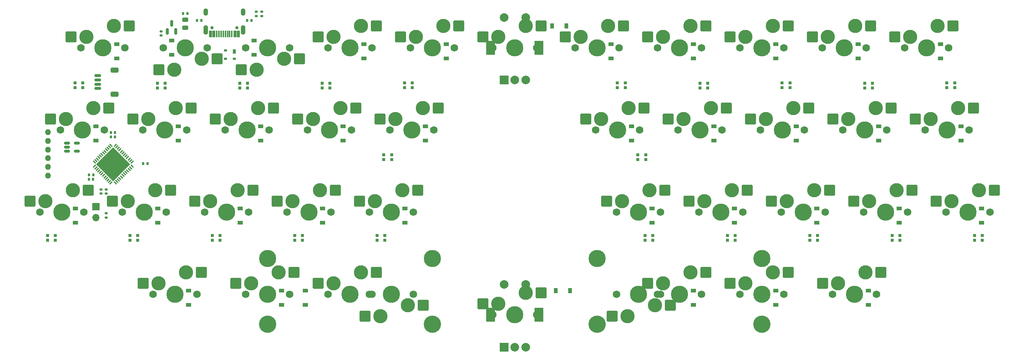
<source format=gbr>
%TF.GenerationSoftware,KiCad,Pcbnew,(7.0.0)*%
%TF.CreationDate,2023-12-26T01:15:32+01:00*%
%TF.ProjectId,Infernum HS,496e6665-726e-4756-9d20-48532e6b6963,rev?*%
%TF.SameCoordinates,Original*%
%TF.FileFunction,Soldermask,Bot*%
%TF.FilePolarity,Negative*%
%FSLAX46Y46*%
G04 Gerber Fmt 4.6, Leading zero omitted, Abs format (unit mm)*
G04 Created by KiCad (PCBNEW (7.0.0)) date 2023-12-26 01:15:32*
%MOMM*%
%LPD*%
G01*
G04 APERTURE LIST*
G04 Aperture macros list*
%AMRoundRect*
0 Rectangle with rounded corners*
0 $1 Rounding radius*
0 $2 $3 $4 $5 $6 $7 $8 $9 X,Y pos of 4 corners*
0 Add a 4 corners polygon primitive as box body*
4,1,4,$2,$3,$4,$5,$6,$7,$8,$9,$2,$3,0*
0 Add four circle primitives for the rounded corners*
1,1,$1+$1,$2,$3*
1,1,$1+$1,$4,$5*
1,1,$1+$1,$6,$7*
1,1,$1+$1,$8,$9*
0 Add four rect primitives between the rounded corners*
20,1,$1+$1,$2,$3,$4,$5,0*
20,1,$1+$1,$4,$5,$6,$7,0*
20,1,$1+$1,$6,$7,$8,$9,0*
20,1,$1+$1,$8,$9,$2,$3,0*%
%AMRotRect*
0 Rectangle, with rotation*
0 The origin of the aperture is its center*
0 $1 length*
0 $2 width*
0 $3 Rotation angle, in degrees counterclockwise*
0 Add horizontal line*
21,1,$1,$2,0,0,$3*%
G04 Aperture macros list end*
%ADD10R,2.000000X2.000000*%
%ADD11C,2.000000*%
%ADD12R,2.000000X3.200000*%
%ADD13C,4.000000*%
%ADD14C,3.987800*%
%ADD15O,1.350000X1.350000*%
%ADD16C,1.750000*%
%ADD17C,3.300000*%
%ADD18RoundRect,0.250000X1.025000X1.000000X-1.025000X1.000000X-1.025000X-1.000000X1.025000X-1.000000X0*%
%ADD19RoundRect,0.140000X-0.140000X-0.170000X0.140000X-0.170000X0.140000X0.170000X-0.140000X0.170000X0*%
%ADD20R,1.200000X0.900000*%
%ADD21RoundRect,0.250000X-1.025000X-1.000000X1.025000X-1.000000X1.025000X1.000000X-1.025000X1.000000X0*%
%ADD22RoundRect,0.105000X0.245000X0.245000X-0.245000X0.245000X-0.245000X-0.245000X0.245000X-0.245000X0*%
%ADD23RoundRect,0.105000X-0.245000X-0.245000X0.245000X-0.245000X0.245000X0.245000X-0.245000X0.245000X0*%
%ADD24RoundRect,0.150000X-0.625000X0.150000X-0.625000X-0.150000X0.625000X-0.150000X0.625000X0.150000X0*%
%ADD25RoundRect,0.250000X-0.650000X0.350000X-0.650000X-0.350000X0.650000X-0.350000X0.650000X0.350000X0*%
%ADD26RoundRect,0.135000X-0.185000X0.135000X-0.185000X-0.135000X0.185000X-0.135000X0.185000X0.135000X0*%
%ADD27RoundRect,0.135000X-0.135000X-0.185000X0.135000X-0.185000X0.135000X0.185000X-0.135000X0.185000X0*%
%ADD28R,0.900000X1.200000*%
%ADD29RoundRect,0.140000X0.140000X0.170000X-0.140000X0.170000X-0.140000X-0.170000X0.140000X-0.170000X0*%
%ADD30RoundRect,0.140000X-0.170000X0.140000X-0.170000X-0.140000X0.170000X-0.140000X0.170000X0.140000X0*%
%ADD31RoundRect,0.140000X0.170000X-0.140000X0.170000X0.140000X-0.170000X0.140000X-0.170000X-0.140000X0*%
%ADD32RoundRect,0.062500X-0.220971X-0.309359X0.309359X0.220971X0.220971X0.309359X-0.309359X-0.220971X0*%
%ADD33RoundRect,0.062500X0.220971X-0.309359X0.309359X-0.220971X-0.220971X0.309359X-0.309359X0.220971X0*%
%ADD34RotRect,5.600000X5.600000X45.000000*%
%ADD35R,1.700000X1.700000*%
%ADD36O,1.700000X1.700000*%
%ADD37C,0.750000*%
%ADD38RoundRect,0.050000X-0.300000X-0.725000X0.300000X-0.725000X0.300000X0.725000X-0.300000X0.725000X0*%
%ADD39RoundRect,0.050000X-0.150000X-0.725000X0.150000X-0.725000X0.150000X0.725000X-0.150000X0.725000X0*%
%ADD40O,1.100000X1.700000*%
%ADD41O,1.100000X2.200000*%
%ADD42RoundRect,0.150000X0.150000X-0.587500X0.150000X0.587500X-0.150000X0.587500X-0.150000X-0.587500X0*%
%ADD43R,0.700000X1.000000*%
%ADD44R,0.700000X0.600000*%
%ADD45RoundRect,0.150000X-0.512500X-0.150000X0.512500X-0.150000X0.512500X0.150000X-0.512500X0.150000X0*%
%ADD46RoundRect,0.243750X0.456250X-0.243750X0.456250X0.243750X-0.456250X0.243750X-0.456250X-0.243750X0*%
%ADD47RoundRect,0.135000X0.135000X0.185000X-0.135000X0.185000X-0.135000X-0.185000X0.135000X-0.185000X0*%
G04 APERTURE END LIST*
D10*
%TO.C,SW1*%
X155456249Y-99574999D03*
D11*
X160456250Y-99575000D03*
X157956250Y-99575000D03*
D12*
X152356249Y-92074999D03*
X163556249Y-92074999D03*
D11*
X160456250Y-85075000D03*
X155456250Y-85075000D03*
%TD*%
D10*
%TO.C,SW2*%
X155456249Y-161487499D03*
D11*
X160456250Y-161487500D03*
X157956250Y-161487500D03*
D12*
X152356249Y-153987499D03*
X163556249Y-153987499D03*
D11*
X160456250Y-146987500D03*
X155456250Y-146987500D03*
%TD*%
D13*
%TO.C,S4*%
X138906250Y-156210000D03*
D14*
X138906250Y-140970000D03*
D13*
X100806250Y-156210000D03*
D14*
X100806250Y-140970000D03*
%TD*%
D15*
%TO.C,J1*%
X50006249Y-121681249D03*
X50006249Y-119681249D03*
X50006249Y-117681249D03*
X50006249Y-115681249D03*
X50006249Y-113681249D03*
X50006249Y-111681249D03*
%TD*%
D13*
%TO.C,S3*%
X215106250Y-156210000D03*
D14*
X215106250Y-140970000D03*
D13*
X177006250Y-156210000D03*
D14*
X177006250Y-140970000D03*
%TD*%
D16*
%TO.C,MX31*%
X267811250Y-130175000D03*
D14*
X262731250Y-130175000D03*
D16*
X257651250Y-130175000D03*
D17*
X258921250Y-127635000D03*
D18*
X255371250Y-127635000D03*
X268821250Y-125095000D03*
D17*
X265271250Y-125095000D03*
%TD*%
D16*
%TO.C,MX7*%
X182086250Y-92075000D03*
D14*
X177006250Y-92075000D03*
D16*
X171926250Y-92075000D03*
D17*
X173196250Y-89535000D03*
D18*
X169646250Y-89535000D03*
X183096250Y-86995000D03*
D17*
X179546250Y-86995000D03*
%TD*%
D19*
%TO.C,C20*%
X72048049Y-118885145D03*
X73008049Y-118885145D03*
%TD*%
D20*
%TO.C,D30*%
X246856249Y-132618749D03*
X246856249Y-129318749D03*
%TD*%
D16*
%TO.C,MX61*%
X181451250Y-149225000D03*
D14*
X186531250Y-149225000D03*
D16*
X191611250Y-149225000D03*
D17*
X190341250Y-151765000D03*
D21*
X193891250Y-151765000D03*
X180441250Y-154305000D03*
D17*
X183991250Y-154305000D03*
%TD*%
D22*
%TO.C,D51*%
X58065000Y-100256250D03*
X58065000Y-101356250D03*
X56235000Y-101356250D03*
X56235000Y-100256250D03*
%TD*%
D23*
%TO.C,D53*%
X87985000Y-136694000D03*
X87985000Y-135594000D03*
X89815000Y-135594000D03*
X89815000Y-136694000D03*
%TD*%
%TO.C,D58*%
X107035000Y-136694000D03*
X107035000Y-135594000D03*
X108865000Y-135594000D03*
X108865000Y-136694000D03*
%TD*%
D24*
%TO.C,J2*%
X61500000Y-98512500D03*
X61500000Y-99512500D03*
X61500000Y-100512500D03*
X61500000Y-101512500D03*
D25*
X65375000Y-97212500D03*
X65375000Y-102812500D03*
%TD*%
D23*
%TO.C,D59*%
X207111000Y-136694000D03*
X207111000Y-135594000D03*
X208941000Y-135594000D03*
X208941000Y-136694000D03*
%TD*%
D16*
%TO.C,MX22*%
X58261250Y-130175000D03*
D14*
X53181250Y-130175000D03*
D16*
X48101250Y-130175000D03*
D17*
X49371250Y-127635000D03*
D18*
X45821250Y-127635000D03*
X59271250Y-125095000D03*
D17*
X55721250Y-125095000D03*
%TD*%
D20*
%TO.C,D9*%
X218281249Y-94518749D03*
X218281249Y-91218749D03*
%TD*%
D16*
%TO.C,MX11*%
X258286250Y-92075000D03*
D14*
X253206250Y-92075000D03*
D16*
X248126250Y-92075000D03*
D17*
X249396250Y-89535000D03*
D18*
X245846250Y-89535000D03*
X259296250Y-86995000D03*
D17*
X255746250Y-86995000D03*
%TD*%
D26*
%TO.C,R_Shield1*%
X98145600Y-83716400D03*
X98145600Y-84736400D03*
%TD*%
D27*
%TO.C,R_USB2*%
X96043750Y-85725000D03*
X97063750Y-85725000D03*
%TD*%
D16*
%TO.C,MX3*%
X95726250Y-92075000D03*
D14*
X100806250Y-92075000D03*
D16*
X105886250Y-92075000D03*
D17*
X104616250Y-94615000D03*
D21*
X108166250Y-94615000D03*
X94716250Y-97155000D03*
D17*
X98266250Y-97155000D03*
%TD*%
D16*
%TO.C,MX13*%
X82073750Y-111125000D03*
D14*
X76993750Y-111125000D03*
D16*
X71913750Y-111125000D03*
D17*
X73183750Y-108585000D03*
D18*
X69633750Y-108585000D03*
X83083750Y-106045000D03*
D17*
X79533750Y-106045000D03*
%TD*%
D20*
%TO.C,D10*%
X237331249Y-94518749D03*
X237331249Y-91218749D03*
%TD*%
%TO.C,D24*%
X94456249Y-132618749D03*
X94456249Y-129318749D03*
%TD*%
D16*
%TO.C,MX23*%
X77311250Y-130175000D03*
D14*
X72231250Y-130175000D03*
D16*
X67151250Y-130175000D03*
D17*
X68421250Y-127635000D03*
D18*
X64871250Y-127635000D03*
X78321250Y-125095000D03*
D17*
X74771250Y-125095000D03*
%TD*%
D16*
%TO.C,MX20*%
X243998750Y-111125000D03*
D14*
X238918750Y-111125000D03*
D16*
X233838750Y-111125000D03*
D17*
X235108750Y-108585000D03*
D18*
X231558750Y-108585000D03*
X245008750Y-106045000D03*
D17*
X241458750Y-106045000D03*
%TD*%
D22*
%TO.C,D41*%
X183477500Y-100256250D03*
X183477500Y-101356250D03*
X181647500Y-101356250D03*
X181647500Y-100256250D03*
%TD*%
%TO.C,D56*%
X240691000Y-100288000D03*
X240691000Y-101388000D03*
X238861000Y-101388000D03*
X238861000Y-100288000D03*
%TD*%
D20*
%TO.C,D2*%
X78581249Y-90424999D03*
X78581249Y-93724999D03*
%TD*%
%TO.C,D22*%
X56356249Y-132618749D03*
X56356249Y-129318749D03*
%TD*%
D16*
%TO.C,MX12*%
X63023750Y-111125000D03*
D14*
X57943750Y-111125000D03*
D16*
X52863750Y-111125000D03*
D17*
X54133750Y-108585000D03*
D18*
X50583750Y-108585000D03*
X64033750Y-106045000D03*
D17*
X60483750Y-106045000D03*
%TD*%
D16*
%TO.C,MX9*%
X220186250Y-92075000D03*
D14*
X215106250Y-92075000D03*
D16*
X210026250Y-92075000D03*
D17*
X211296250Y-89535000D03*
D18*
X207746250Y-89535000D03*
X221196250Y-86995000D03*
D17*
X217646250Y-86995000D03*
%TD*%
D20*
%TO.C,D11*%
X256381249Y-94518749D03*
X256381249Y-91218749D03*
%TD*%
D22*
%TO.C,D39*%
X96165000Y-100288000D03*
X96165000Y-101388000D03*
X94335000Y-101388000D03*
X94335000Y-100288000D03*
%TD*%
D16*
%TO.C,MX2*%
X76676250Y-92075000D03*
D14*
X81756250Y-92075000D03*
D16*
X86836250Y-92075000D03*
D17*
X85566250Y-94615000D03*
D21*
X89116250Y-94615000D03*
X75666250Y-97155000D03*
D17*
X79216250Y-97155000D03*
%TD*%
D23*
%TO.C,D52*%
X49885000Y-136694000D03*
X49885000Y-135594000D03*
X51715000Y-135594000D03*
X51715000Y-136694000D03*
%TD*%
D26*
%TO.C,R6*%
X63500000Y-130458750D03*
X63500000Y-131478750D03*
%TD*%
D16*
%TO.C,MX4*%
X124936250Y-92075000D03*
D14*
X119856250Y-92075000D03*
D16*
X114776250Y-92075000D03*
D17*
X116046250Y-89535000D03*
D18*
X112496250Y-89535000D03*
X125946250Y-86995000D03*
D17*
X122396250Y-86995000D03*
%TD*%
D22*
%TO.C,D40*%
X134265000Y-100256250D03*
X134265000Y-101356250D03*
X132435000Y-101356250D03*
X132435000Y-100256250D03*
%TD*%
D28*
%TO.C,D35*%
X170718749Y-148431249D03*
X167418749Y-148431249D03*
%TD*%
D16*
%TO.C,MX29*%
X229711250Y-130175000D03*
D14*
X224631250Y-130175000D03*
D16*
X219551250Y-130175000D03*
D17*
X220821250Y-127635000D03*
D18*
X217271250Y-127635000D03*
X230721250Y-125095000D03*
D17*
X227171250Y-125095000D03*
%TD*%
D20*
%TO.C,D3*%
X97631249Y-90424999D03*
X97631249Y-93724999D03*
%TD*%
D23*
%TO.C,D48*%
X188061000Y-136694000D03*
X188061000Y-135594000D03*
X189891000Y-135594000D03*
X189891000Y-136694000D03*
%TD*%
D29*
%TO.C,C19*%
X65524483Y-112761361D03*
X64564483Y-112761361D03*
%TD*%
D16*
%TO.C,MX8*%
X201136250Y-92075000D03*
D14*
X196056250Y-92075000D03*
D16*
X190976250Y-92075000D03*
D17*
X192246250Y-89535000D03*
D18*
X188696250Y-89535000D03*
X202146250Y-86995000D03*
D17*
X198596250Y-86995000D03*
%TD*%
D29*
%TO.C,C22*%
X60441423Y-122606178D03*
X59481423Y-122606178D03*
%TD*%
D16*
%TO.C,MX59*%
X124301250Y-149225000D03*
D14*
X129381250Y-149225000D03*
D16*
X134461250Y-149225000D03*
D17*
X133191250Y-151765000D03*
D21*
X136741250Y-151765000D03*
X123291250Y-154305000D03*
D17*
X126841250Y-154305000D03*
%TD*%
D19*
%TO.C,C_LDO1*%
X81276250Y-84137500D03*
X82236250Y-84137500D03*
%TD*%
D16*
%TO.C,MX57*%
X84455000Y-149225000D03*
D14*
X79375000Y-149225000D03*
D16*
X74295000Y-149225000D03*
D17*
X75565000Y-146685000D03*
D18*
X72015000Y-146685000D03*
X85465000Y-144145000D03*
D17*
X81915000Y-144145000D03*
%TD*%
D20*
%TO.C,D5*%
X142081249Y-94518749D03*
X142081249Y-91218749D03*
%TD*%
D16*
%TO.C,MX24*%
X96361250Y-130175000D03*
D14*
X91281250Y-130175000D03*
D16*
X86201250Y-130175000D03*
D17*
X87471250Y-127635000D03*
D18*
X83921250Y-127635000D03*
X97371250Y-125095000D03*
D17*
X93821250Y-125095000D03*
%TD*%
D29*
%TO.C,C17*%
X60458031Y-121561582D03*
X59498031Y-121561582D03*
%TD*%
D30*
%TO.C,C18*%
X62302550Y-124926552D03*
X62302550Y-125886552D03*
%TD*%
D16*
%TO.C,MX28*%
X210661250Y-130175000D03*
D14*
X205581250Y-130175000D03*
D16*
X200501250Y-130175000D03*
D17*
X201771250Y-127635000D03*
D18*
X198221250Y-127635000D03*
X211671250Y-125095000D03*
D17*
X208121250Y-125095000D03*
%TD*%
D16*
%TO.C,MX5*%
X143986250Y-92075000D03*
D14*
X138906250Y-92075000D03*
D16*
X133826250Y-92075000D03*
D17*
X135096250Y-89535000D03*
D18*
X131546250Y-89535000D03*
X144996250Y-86995000D03*
D17*
X141446250Y-86995000D03*
%TD*%
D22*
%TO.C,D47*%
X77115000Y-100288000D03*
X77115000Y-101388000D03*
X75285000Y-101388000D03*
X75285000Y-100288000D03*
%TD*%
D23*
%TO.C,D44*%
X264261000Y-136694000D03*
X264261000Y-135594000D03*
X266091000Y-135594000D03*
X266091000Y-136694000D03*
%TD*%
D22*
%TO.C,D42*%
X221577500Y-100256250D03*
X221577500Y-101356250D03*
X219747500Y-101356250D03*
X219747500Y-100256250D03*
%TD*%
D23*
%TO.C,D60*%
X245211000Y-136694000D03*
X245211000Y-135594000D03*
X247041000Y-135594000D03*
X247041000Y-136694000D03*
%TD*%
D31*
%TO.C,C_Shield1*%
X99466400Y-84706400D03*
X99466400Y-83746400D03*
%TD*%
D20*
%TO.C,D26*%
X132556249Y-132618749D03*
X132556249Y-129318749D03*
%TD*%
D16*
%TO.C,MX25*%
X115411250Y-130175000D03*
D14*
X110331250Y-130175000D03*
D16*
X105251250Y-130175000D03*
D17*
X106521250Y-127635000D03*
D18*
X102971250Y-127635000D03*
X116421250Y-125095000D03*
D17*
X112871250Y-125095000D03*
%TD*%
D16*
%TO.C,MX21*%
X263048750Y-111125000D03*
D14*
X257968750Y-111125000D03*
D16*
X252888750Y-111125000D03*
D17*
X254158750Y-108585000D03*
D18*
X250608750Y-108585000D03*
X264058750Y-106045000D03*
D17*
X260508750Y-106045000D03*
%TD*%
D32*
%TO.C,U1*%
X64601364Y-123437723D03*
X64247811Y-123084170D03*
X63894257Y-122730616D03*
X63540704Y-122377063D03*
X63187151Y-122023510D03*
X62833597Y-121669956D03*
X62480044Y-121316403D03*
X62126490Y-120962849D03*
X61772937Y-120609296D03*
X61419384Y-120255743D03*
X61065830Y-119902189D03*
X60712277Y-119548636D03*
D33*
X60712277Y-118576364D03*
X61065830Y-118222811D03*
X61419384Y-117869257D03*
X61772937Y-117515704D03*
X62126490Y-117162151D03*
X62480044Y-116808597D03*
X62833597Y-116455044D03*
X63187151Y-116101490D03*
X63540704Y-115747937D03*
X63894257Y-115394384D03*
X64247811Y-115040830D03*
X64601364Y-114687277D03*
D32*
X65573636Y-114687277D03*
X65927189Y-115040830D03*
X66280743Y-115394384D03*
X66634296Y-115747937D03*
X66987849Y-116101490D03*
X67341403Y-116455044D03*
X67694956Y-116808597D03*
X68048510Y-117162151D03*
X68402063Y-117515704D03*
X68755616Y-117869257D03*
X69109170Y-118222811D03*
X69462723Y-118576364D03*
D33*
X69462723Y-119548636D03*
X69109170Y-119902189D03*
X68755616Y-120255743D03*
X68402063Y-120609296D03*
X68048510Y-120962849D03*
X67694956Y-121316403D03*
X67341403Y-121669956D03*
X66987849Y-122023510D03*
X66634296Y-122377063D03*
X66280743Y-122730616D03*
X65927189Y-123084170D03*
X65573636Y-123437723D03*
D34*
X65087499Y-119062499D03*
%TD*%
D16*
%TO.C,MX19*%
X224948750Y-111125000D03*
D14*
X219868750Y-111125000D03*
D16*
X214788750Y-111125000D03*
D17*
X216058750Y-108585000D03*
D18*
X212508750Y-108585000D03*
X225958750Y-106045000D03*
D17*
X222408750Y-106045000D03*
%TD*%
D16*
%TO.C,MX17*%
X186848750Y-111125000D03*
D14*
X181768750Y-111125000D03*
D16*
X176688750Y-111125000D03*
D17*
X177958750Y-108585000D03*
D18*
X174408750Y-108585000D03*
X187858750Y-106045000D03*
D17*
X184308750Y-106045000D03*
%TD*%
D23*
%TO.C,D49*%
X127672500Y-118025000D03*
X127672500Y-116925000D03*
X129502500Y-116925000D03*
X129502500Y-118025000D03*
%TD*%
D20*
%TO.C,D27*%
X189706249Y-132618749D03*
X189706249Y-129318749D03*
%TD*%
D16*
%TO.C,MX15*%
X120173750Y-111125000D03*
D14*
X115093750Y-111125000D03*
D16*
X110013750Y-111125000D03*
D17*
X111283750Y-108585000D03*
D18*
X107733750Y-108585000D03*
X121183750Y-106045000D03*
D17*
X117633750Y-106045000D03*
%TD*%
D16*
%TO.C,MX60*%
X124936250Y-149225000D03*
D14*
X119856250Y-149225000D03*
D16*
X114776250Y-149225000D03*
D17*
X116046250Y-146685000D03*
D18*
X112496250Y-146685000D03*
X125946250Y-144145000D03*
D17*
X122396250Y-144145000D03*
%TD*%
D20*
%TO.C,D36*%
X199231249Y-151668749D03*
X199231249Y-148368749D03*
%TD*%
%TO.C,D38*%
X239712499Y-151668749D03*
X239712499Y-148368749D03*
%TD*%
D16*
%TO.C,MX62*%
X201136250Y-149225000D03*
D14*
X196056250Y-149225000D03*
D16*
X190976250Y-149225000D03*
D17*
X192246250Y-146685000D03*
D18*
X188696250Y-146685000D03*
X202146250Y-144145000D03*
D17*
X198596250Y-144145000D03*
%TD*%
D16*
%TO.C,MX10*%
X239236250Y-92075000D03*
D14*
X234156250Y-92075000D03*
D16*
X229076250Y-92075000D03*
D17*
X230346250Y-89535000D03*
D18*
X226796250Y-89535000D03*
X240246250Y-86995000D03*
D17*
X236696250Y-86995000D03*
%TD*%
D16*
%TO.C,MX18*%
X205898750Y-111125000D03*
D14*
X200818750Y-111125000D03*
D16*
X195738750Y-111125000D03*
D17*
X197008750Y-108585000D03*
D18*
X193458750Y-108585000D03*
X206908750Y-106045000D03*
D17*
X203358750Y-106045000D03*
%TD*%
D20*
%TO.C,D1*%
X65881249Y-94518749D03*
X65881249Y-91218749D03*
%TD*%
D35*
%TO.C,SW5*%
X61093749Y-128924999D03*
D36*
X61093749Y-131464999D03*
%TD*%
D30*
%TO.C,C_LDO2*%
X76200000Y-88254900D03*
X76200000Y-89214900D03*
%TD*%
D20*
%TO.C,D17*%
X184943749Y-113568749D03*
X184943749Y-110268749D03*
%TD*%
%TO.C,D31*%
X265906249Y-132618749D03*
X265906249Y-129318749D03*
%TD*%
D16*
%TO.C,MX35*%
X163036250Y-153987500D03*
D14*
X157956250Y-153987500D03*
D16*
X152876250Y-153987500D03*
D17*
X154146250Y-151447500D03*
D18*
X150596250Y-151447500D03*
X164046250Y-148907500D03*
D17*
X160496250Y-148907500D03*
%TD*%
D22*
%TO.C,D55*%
X202591000Y-100288000D03*
X202591000Y-101388000D03*
X200761000Y-101388000D03*
X200761000Y-100288000D03*
%TD*%
D16*
%TO.C,MX1*%
X67786250Y-92075000D03*
D14*
X62706250Y-92075000D03*
D16*
X57626250Y-92075000D03*
D17*
X58896250Y-89535000D03*
D18*
X55346250Y-89535000D03*
X68796250Y-86995000D03*
D17*
X65246250Y-86995000D03*
%TD*%
D20*
%TO.C,D32*%
X82549999Y-151668749D03*
X82549999Y-148368749D03*
%TD*%
D37*
%TO.C,USB1*%
X87889600Y-87428400D03*
X93669600Y-87428400D03*
D38*
X87554600Y-88873400D03*
X88329600Y-88873400D03*
D39*
X89029600Y-88873400D03*
X89529600Y-88873400D03*
X90029600Y-88873400D03*
X90529600Y-88873400D03*
X91029600Y-88873400D03*
X91529600Y-88873400D03*
X92029600Y-88873400D03*
X92529600Y-88873400D03*
D38*
X93229600Y-88873400D03*
X94004600Y-88873400D03*
D40*
X86459599Y-83778399D03*
D41*
X86459599Y-87958399D03*
D40*
X95099599Y-83778399D03*
D41*
X95099599Y-87958399D03*
%TD*%
D20*
%TO.C,D37*%
X218281249Y-151668749D03*
X218281249Y-148368749D03*
%TD*%
D29*
%TO.C,C21*%
X65528649Y-111732528D03*
X64568649Y-111732528D03*
%TD*%
D20*
%TO.C,D18*%
X203993749Y-113568749D03*
X203993749Y-110268749D03*
%TD*%
%TO.C,D13*%
X80168749Y-113568749D03*
X80168749Y-110268749D03*
%TD*%
%TO.C,D4*%
X123031249Y-94518749D03*
X123031249Y-91218749D03*
%TD*%
%TO.C,D21*%
X261143749Y-113568749D03*
X261143749Y-110268749D03*
%TD*%
%TO.C,D23*%
X75406249Y-132618749D03*
X75406249Y-129318749D03*
%TD*%
%TO.C,D16*%
X137318749Y-113568749D03*
X137318749Y-110268749D03*
%TD*%
D16*
%TO.C,MX56*%
X220186250Y-149225000D03*
D14*
X215106250Y-149225000D03*
D16*
X210026250Y-149225000D03*
D17*
X211296250Y-146685000D03*
D18*
X207746250Y-146685000D03*
X221196250Y-144145000D03*
D17*
X217646250Y-144145000D03*
%TD*%
D16*
%TO.C,MX27*%
X191611250Y-130175000D03*
D14*
X186531250Y-130175000D03*
D16*
X181451250Y-130175000D03*
D17*
X182721250Y-127635000D03*
D18*
X179171250Y-127635000D03*
X192621250Y-125095000D03*
D17*
X189071250Y-125095000D03*
%TD*%
D20*
%TO.C,D25*%
X113506249Y-132618749D03*
X113506249Y-129318749D03*
%TD*%
D23*
%TO.C,D54*%
X126085000Y-136694000D03*
X126085000Y-135594000D03*
X127915000Y-135594000D03*
X127915000Y-136694000D03*
%TD*%
D16*
%TO.C,MX55*%
X105886250Y-149225000D03*
D14*
X100806250Y-149225000D03*
D16*
X95726250Y-149225000D03*
D17*
X96996250Y-146685000D03*
D18*
X93446250Y-146685000D03*
X106896250Y-144145000D03*
D17*
X103346250Y-144145000D03*
%TD*%
D28*
%TO.C,D6*%
X169924999Y-86969599D03*
X166624999Y-86969599D03*
%TD*%
D22*
%TO.C,D43*%
X259677500Y-100256250D03*
X259677500Y-101356250D03*
X257847500Y-101356250D03*
X257847500Y-100256250D03*
%TD*%
D20*
%TO.C,D29*%
X227806249Y-132618749D03*
X227806249Y-129318749D03*
%TD*%
D22*
%TO.C,D50*%
X115215000Y-100288000D03*
X115215000Y-101388000D03*
X113385000Y-101388000D03*
X113385000Y-100288000D03*
%TD*%
D20*
%TO.C,D7*%
X180181249Y-94518749D03*
X180181249Y-91218749D03*
%TD*%
D23*
%TO.C,D57*%
X68935000Y-136694000D03*
X68935000Y-135594000D03*
X70765000Y-135594000D03*
X70765000Y-136694000D03*
%TD*%
D42*
%TO.C,U3*%
X79531250Y-88250000D03*
X77631250Y-88250000D03*
X78581250Y-86375000D03*
%TD*%
D23*
%TO.C,D46*%
X226161000Y-136694000D03*
X226161000Y-135594000D03*
X227991000Y-135594000D03*
X227991000Y-136694000D03*
%TD*%
D16*
%TO.C,MX16*%
X139223750Y-111125000D03*
D14*
X134143750Y-111125000D03*
D16*
X129063750Y-111125000D03*
D17*
X130333750Y-108585000D03*
D18*
X126783750Y-108585000D03*
X140233750Y-106045000D03*
D17*
X136683750Y-106045000D03*
%TD*%
D20*
%TO.C,D34*%
X109537499Y-151668749D03*
X109537499Y-148368749D03*
%TD*%
%TO.C,D20*%
X242093749Y-113568749D03*
X242093749Y-110268749D03*
%TD*%
D16*
%TO.C,MX30*%
X248761250Y-130175000D03*
D14*
X243681250Y-130175000D03*
D16*
X238601250Y-130175000D03*
D17*
X239871250Y-127635000D03*
D18*
X236321250Y-127635000D03*
X249771250Y-125095000D03*
D17*
X246221250Y-125095000D03*
%TD*%
D20*
%TO.C,D8*%
X199231249Y-94518749D03*
X199231249Y-91218749D03*
%TD*%
D43*
%TO.C,U4*%
X93074999Y-92912499D03*
D44*
X93074999Y-94612499D03*
X91074999Y-94612499D03*
X91074999Y-92712499D03*
%TD*%
D20*
%TO.C,D14*%
X99218749Y-113568749D03*
X99218749Y-110268749D03*
%TD*%
%TO.C,D15*%
X118268749Y-113568749D03*
X118268749Y-110268749D03*
%TD*%
D45*
%TO.C,U5*%
X54425000Y-116043750D03*
X54425000Y-115093750D03*
X54425000Y-114143750D03*
X56700000Y-114143750D03*
X56700000Y-116043750D03*
%TD*%
D16*
%TO.C,MX26*%
X134461250Y-130175000D03*
D14*
X129381250Y-130175000D03*
D16*
X124301250Y-130175000D03*
D17*
X125571250Y-127635000D03*
D18*
X122021250Y-127635000D03*
X135471250Y-125095000D03*
D17*
X131921250Y-125095000D03*
%TD*%
D16*
%TO.C,MX14*%
X101123750Y-111125000D03*
D14*
X96043750Y-111125000D03*
D16*
X90963750Y-111125000D03*
D17*
X92233750Y-108585000D03*
D18*
X88683750Y-108585000D03*
X102133750Y-106045000D03*
D17*
X98583750Y-106045000D03*
%TD*%
D20*
%TO.C,D28*%
X208756249Y-132618749D03*
X208756249Y-129318749D03*
%TD*%
D23*
%TO.C,D45*%
X186410000Y-118025000D03*
X186410000Y-116925000D03*
X188240000Y-116925000D03*
X188240000Y-118025000D03*
%TD*%
D16*
%TO.C,MX58*%
X241617500Y-149225000D03*
D14*
X236537500Y-149225000D03*
D16*
X231457500Y-149225000D03*
D17*
X232727500Y-146685000D03*
D18*
X229177500Y-146685000D03*
X242627500Y-144145000D03*
D17*
X239077500Y-144145000D03*
%TD*%
D30*
%TO.C,C16*%
X63500000Y-124932500D03*
X63500000Y-125892500D03*
%TD*%
D46*
%TO.C,F1*%
X81756250Y-87456250D03*
X81756250Y-85581250D03*
%TD*%
D20*
%TO.C,D19*%
X223043749Y-113568749D03*
X223043749Y-110268749D03*
%TD*%
%TO.C,D12*%
X61118749Y-113568749D03*
X61118749Y-110268749D03*
%TD*%
D16*
%TO.C,MX6*%
X163036250Y-92075000D03*
D14*
X157956250Y-92075000D03*
D16*
X152876250Y-92075000D03*
D17*
X154146250Y-89535000D03*
D18*
X150596250Y-89535000D03*
X164046250Y-86995000D03*
D17*
X160496250Y-86995000D03*
%TD*%
D47*
%TO.C,R_USB1*%
X85441250Y-85725000D03*
X84421250Y-85725000D03*
%TD*%
D20*
%TO.C,D33*%
X103981249Y-151668749D03*
X103981249Y-148368749D03*
%TD*%
M02*

</source>
